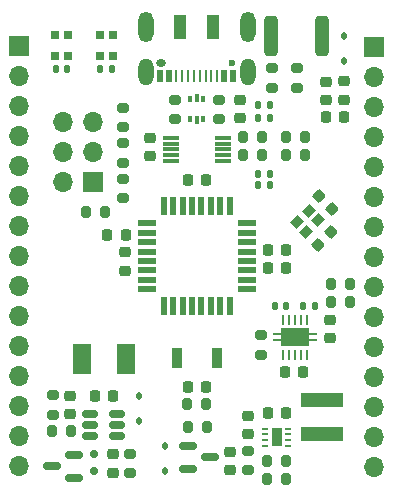
<source format=gbr>
%TF.GenerationSoftware,KiCad,Pcbnew,(7.0.0)*%
%TF.CreationDate,2023-06-28T20:41:30+03:00*%
%TF.ProjectId,Atego_Nano,41746567-6f5f-44e6-916e-6f2e6b696361,rev?*%
%TF.SameCoordinates,Original*%
%TF.FileFunction,Soldermask,Top*%
%TF.FilePolarity,Negative*%
%FSLAX46Y46*%
G04 Gerber Fmt 4.6, Leading zero omitted, Abs format (unit mm)*
G04 Created by KiCad (PCBNEW (7.0.0)) date 2023-06-28 20:41:30*
%MOMM*%
%LPD*%
G01*
G04 APERTURE LIST*
G04 Aperture macros list*
%AMRoundRect*
0 Rectangle with rounded corners*
0 $1 Rounding radius*
0 $2 $3 $4 $5 $6 $7 $8 $9 X,Y pos of 4 corners*
0 Add a 4 corners polygon primitive as box body*
4,1,4,$2,$3,$4,$5,$6,$7,$8,$9,$2,$3,0*
0 Add four circle primitives for the rounded corners*
1,1,$1+$1,$2,$3*
1,1,$1+$1,$4,$5*
1,1,$1+$1,$6,$7*
1,1,$1+$1,$8,$9*
0 Add four rect primitives between the rounded corners*
20,1,$1+$1,$2,$3,$4,$5,0*
20,1,$1+$1,$4,$5,$6,$7,0*
20,1,$1+$1,$6,$7,$8,$9,0*
20,1,$1+$1,$8,$9,$2,$3,0*%
%AMRotRect*
0 Rectangle, with rotation*
0 The origin of the aperture is its center*
0 $1 length*
0 $2 width*
0 $3 Rotation angle, in degrees counterclockwise*
0 Add horizontal line*
21,1,$1,$2,0,0,$3*%
G04 Aperture macros list end*
%ADD10R,0.280000X0.850000*%
%ADD11R,0.700000X0.280000*%
%ADD12R,2.400000X1.650000*%
%ADD13RoundRect,0.200000X0.275000X-0.200000X0.275000X0.200000X-0.275000X0.200000X-0.275000X-0.200000X0*%
%ADD14RoundRect,0.225000X0.225000X0.250000X-0.225000X0.250000X-0.225000X-0.250000X0.225000X-0.250000X0*%
%ADD15RoundRect,0.200000X-0.200000X-0.275000X0.200000X-0.275000X0.200000X0.275000X-0.200000X0.275000X0*%
%ADD16RoundRect,0.250000X-0.312500X-1.450000X0.312500X-1.450000X0.312500X1.450000X-0.312500X1.450000X0*%
%ADD17RoundRect,0.225000X0.250000X-0.225000X0.250000X0.225000X-0.250000X0.225000X-0.250000X-0.225000X0*%
%ADD18R,0.700000X0.700000*%
%ADD19RoundRect,0.147500X0.147500X0.172500X-0.147500X0.172500X-0.147500X-0.172500X0.147500X-0.172500X0*%
%ADD20RoundRect,0.150000X0.587500X0.150000X-0.587500X0.150000X-0.587500X-0.150000X0.587500X-0.150000X0*%
%ADD21R,1.600000X0.550000*%
%ADD22R,0.550000X1.600000*%
%ADD23RoundRect,0.112500X0.112500X-0.187500X0.112500X0.187500X-0.112500X0.187500X-0.112500X-0.187500X0*%
%ADD24RoundRect,0.112500X-0.112500X0.187500X-0.112500X-0.187500X0.112500X-0.187500X0.112500X0.187500X0*%
%ADD25RoundRect,0.150000X0.200000X-0.150000X0.200000X0.150000X-0.200000X0.150000X-0.200000X-0.150000X0*%
%ADD26RoundRect,0.200000X-0.275000X0.200000X-0.275000X-0.200000X0.275000X-0.200000X0.275000X0.200000X0*%
%ADD27RoundRect,0.225000X-0.225000X-0.250000X0.225000X-0.250000X0.225000X0.250000X-0.225000X0.250000X0*%
%ADD28RoundRect,0.150000X-0.587500X-0.150000X0.587500X-0.150000X0.587500X0.150000X-0.587500X0.150000X0*%
%ADD29R,1.500000X2.500000*%
%ADD30R,0.500000X0.250000*%
%ADD31R,0.900000X1.600000*%
%ADD32R,1.700000X1.700000*%
%ADD33O,1.700000X1.700000*%
%ADD34R,0.375000X0.500000*%
%ADD35R,0.300000X0.650000*%
%ADD36RoundRect,0.140000X-0.140000X-0.170000X0.140000X-0.170000X0.140000X0.170000X-0.140000X0.170000X0*%
%ADD37RotRect,0.900000X0.800000X45.000000*%
%ADD38RoundRect,0.200000X0.200000X0.275000X-0.200000X0.275000X-0.200000X-0.275000X0.200000X-0.275000X0*%
%ADD39R,1.400000X0.300000*%
%ADD40RoundRect,0.147500X-0.147500X-0.172500X0.147500X-0.172500X0.147500X0.172500X-0.147500X0.172500X0*%
%ADD41RoundRect,0.225000X0.017678X-0.335876X0.335876X-0.017678X-0.017678X0.335876X-0.335876X0.017678X0*%
%ADD42RoundRect,0.225000X-0.250000X0.225000X-0.250000X-0.225000X0.250000X-0.225000X0.250000X0.225000X0*%
%ADD43RoundRect,0.225000X-0.335876X-0.017678X-0.017678X-0.335876X0.335876X0.017678X0.017678X0.335876X0*%
%ADD44RoundRect,0.150000X-0.512500X-0.150000X0.512500X-0.150000X0.512500X0.150000X-0.512500X0.150000X0*%
%ADD45R,0.900000X1.700000*%
%ADD46R,3.600000X1.150000*%
%ADD47RoundRect,0.218750X-0.256250X0.218750X-0.256250X-0.218750X0.256250X-0.218750X0.256250X0.218750X0*%
%ADD48C,0.600000*%
%ADD49R,1.000000X2.000000*%
%ADD50O,0.850000X0.600000*%
%ADD51R,0.520000X1.000000*%
%ADD52R,0.270000X1.000000*%
%ADD53O,1.300000X2.300000*%
%ADD54O,1.300000X2.600000*%
G04 APERTURE END LIST*
D10*
%TO.C,U501*%
X159788799Y-97076799D03*
X159288799Y-97076799D03*
X158788799Y-97076799D03*
X158288799Y-97076799D03*
X157788799Y-97076799D03*
X157788799Y-100026799D03*
X158288799Y-100026799D03*
X158788799Y-100026799D03*
X159288799Y-100026799D03*
X159788799Y-100026799D03*
D11*
X160338799Y-98301799D03*
X157238799Y-98301799D03*
D12*
X158788799Y-98551799D03*
D11*
X160338799Y-98801799D03*
X157238799Y-98801799D03*
%TD*%
D13*
%TO.C,R603*%
X144250600Y-83767000D03*
X144250600Y-82117000D03*
%TD*%
D14*
%TO.C,C302*%
X158018000Y-104989200D03*
X156468000Y-104989200D03*
%TD*%
D15*
%TO.C,R303*%
X156405000Y-109002400D03*
X158055000Y-109002400D03*
%TD*%
D14*
%TO.C,C501*%
X159478200Y-101484000D03*
X157928200Y-101484000D03*
%TD*%
D16*
%TO.C,F101*%
X156772800Y-73036000D03*
X161047800Y-73036000D03*
%TD*%
D17*
%TO.C,C702*%
X154131200Y-80008600D03*
X154131200Y-78458600D03*
%TD*%
D18*
%TO.C,D602*%
X142255599Y-74761999D03*
X143355599Y-74761999D03*
X143355599Y-72931999D03*
X142255599Y-72931999D03*
%TD*%
D19*
%TO.C,D502*%
X158050700Y-95859600D03*
X157080700Y-95859600D03*
%TD*%
%TO.C,D201*%
X156673600Y-79995600D03*
X155703600Y-79995600D03*
%TD*%
D20*
%TO.C,Q202*%
X140108100Y-110409600D03*
X140108100Y-108509600D03*
X138233100Y-109459600D03*
%TD*%
D13*
%TO.C,R602*%
X144225200Y-86764200D03*
X144225200Y-85114200D03*
%TD*%
D15*
%TO.C,R605*%
X141076600Y-87971200D03*
X142726600Y-87971200D03*
%TD*%
D21*
%TO.C,U601*%
X154723599Y-94479599D03*
X154723599Y-93679599D03*
X154723599Y-92879599D03*
X154723599Y-92079599D03*
X154723599Y-91279599D03*
X154723599Y-90479599D03*
X154723599Y-89679599D03*
X154723599Y-88879599D03*
D22*
X153273599Y-87429599D03*
X152473599Y-87429599D03*
X151673599Y-87429599D03*
X150873599Y-87429599D03*
X150073599Y-87429599D03*
X149273599Y-87429599D03*
X148473599Y-87429599D03*
X147673599Y-87429599D03*
D21*
X146223599Y-88879599D03*
X146223599Y-89679599D03*
X146223599Y-90479599D03*
X146223599Y-91279599D03*
X146223599Y-92079599D03*
X146223599Y-92879599D03*
X146223599Y-93679599D03*
X146223599Y-94479599D03*
D22*
X147673599Y-95929599D03*
X148473599Y-95929599D03*
X149273599Y-95929599D03*
X150073599Y-95929599D03*
X150873599Y-95929599D03*
X151673599Y-95929599D03*
X152473599Y-95929599D03*
X153273599Y-95929599D03*
%TD*%
D23*
%TO.C,D101*%
X162919600Y-75110600D03*
X162919600Y-73010600D03*
%TD*%
D24*
%TO.C,D401*%
X145622200Y-103490600D03*
X145622200Y-105590600D03*
%TD*%
D25*
%TO.C,D203*%
X141814000Y-108443600D03*
X141814000Y-109843600D03*
%TD*%
D17*
%TO.C,C303*%
X154791600Y-106767200D03*
X154791600Y-105217200D03*
%TD*%
D26*
%TO.C,R604*%
X144250600Y-79107600D03*
X144250600Y-80757600D03*
%TD*%
D27*
%TO.C,C603*%
X156518800Y-91146200D03*
X158068800Y-91146200D03*
%TD*%
D28*
%TO.C,Q201*%
X149727100Y-107747600D03*
X149727100Y-109647600D03*
X151602100Y-108697600D03*
%TD*%
D26*
%TO.C,R102*%
X148594000Y-78408600D03*
X148594000Y-80058600D03*
%TD*%
D29*
%TO.C,L401*%
X144463999Y-100396799D03*
X140763999Y-100396799D03*
%TD*%
D14*
%TO.C,C701*%
X151248600Y-85228000D03*
X149698600Y-85228000D03*
%TD*%
%TO.C,C601*%
X144466800Y-89901600D03*
X142916800Y-89901600D03*
%TD*%
D15*
%TO.C,R402*%
X139864600Y-106487800D03*
X138214600Y-106487800D03*
%TD*%
D26*
%TO.C,R301*%
X154791600Y-108162600D03*
X154791600Y-109812600D03*
%TD*%
D19*
%TO.C,D702*%
X156673600Y-84694600D03*
X155703600Y-84694600D03*
%TD*%
D30*
%TO.C,U301*%
X156279999Y-106264799D03*
X156279999Y-106764799D03*
X156279999Y-107264799D03*
X156279999Y-107764799D03*
X158179999Y-107764799D03*
X158179999Y-107264799D03*
X158179999Y-106764799D03*
X158179999Y-106264799D03*
D31*
X157229999Y-107014799D03*
%TD*%
D32*
%TO.C,J603*%
X141659799Y-85431199D03*
D33*
X139119799Y-85431199D03*
X141659799Y-82891199D03*
X139119799Y-82891199D03*
X141659799Y-80351199D03*
X139119799Y-80351199D03*
%TD*%
D34*
%TO.C,U101*%
X151011099Y-78383599D03*
D35*
X150473599Y-78308599D03*
D34*
X149936099Y-78383599D03*
X149936099Y-80083599D03*
D35*
X150473599Y-80158599D03*
D34*
X151011099Y-80083599D03*
%TD*%
D36*
%TO.C,C609*%
X142325600Y-75830600D03*
X143285600Y-75830600D03*
%TD*%
D37*
%TO.C,Y601*%
X159737899Y-89585282D03*
X160727848Y-88595333D03*
X159950031Y-87817516D03*
X158960082Y-88807465D03*
%TD*%
D13*
%TO.C,R503*%
X155883800Y-99996800D03*
X155883800Y-98346800D03*
%TD*%
D19*
%TO.C,D701*%
X156673600Y-78852600D03*
X155703600Y-78852600D03*
%TD*%
D13*
%TO.C,R201*%
X158982600Y-77391600D03*
X158982600Y-75741600D03*
%TD*%
D26*
%TO.C,R401*%
X138281600Y-103432600D03*
X138281600Y-105082600D03*
%TD*%
D13*
%TO.C,R203*%
X144860200Y-110056000D03*
X144860200Y-108406000D03*
%TD*%
D15*
%TO.C,R601*%
X149648600Y-104227200D03*
X151298600Y-104227200D03*
%TD*%
D38*
%TO.C,R702*%
X159667400Y-81621200D03*
X158017400Y-81621200D03*
%TD*%
%TO.C,R502*%
X163486600Y-95541600D03*
X161836600Y-95541600D03*
%TD*%
D39*
%TO.C,U701*%
X148273599Y-81637199D03*
X148273599Y-82137199D03*
X148273599Y-82637199D03*
X148273599Y-83137199D03*
X148273599Y-83637199D03*
X152673599Y-83637199D03*
X152673599Y-83137199D03*
X152673599Y-82637199D03*
X152673599Y-82137199D03*
X152673599Y-81637199D03*
%TD*%
D23*
%TO.C,D202*%
X147781200Y-109857800D03*
X147781200Y-107757800D03*
%TD*%
D40*
%TO.C,D501*%
X159484200Y-95859600D03*
X160454200Y-95859600D03*
%TD*%
D13*
%TO.C,R701*%
X156823600Y-77391600D03*
X156823600Y-75741600D03*
%TD*%
D41*
%TO.C,C607*%
X160745992Y-90703608D03*
X161842008Y-89607592D03*
%TD*%
D15*
%TO.C,R302*%
X156405000Y-110499400D03*
X158055000Y-110499400D03*
%TD*%
D26*
%TO.C,R101*%
X152353200Y-78408600D03*
X152353200Y-80058600D03*
%TD*%
D14*
%TO.C,C606*%
X151248600Y-102754000D03*
X149698600Y-102754000D03*
%TD*%
D42*
%TO.C,C402*%
X143361600Y-108443600D03*
X143361600Y-109993600D03*
%TD*%
D43*
%TO.C,C608*%
X160847592Y-86559592D03*
X161943608Y-87655608D03*
%TD*%
D44*
%TO.C,U401*%
X141456600Y-105019600D03*
X141456600Y-105969600D03*
X141456600Y-106919600D03*
X143731600Y-106919600D03*
X143731600Y-105969600D03*
X143731600Y-105019600D03*
%TD*%
D45*
%TO.C,SW601*%
X148773599Y-100264799D03*
X152173599Y-100264799D03*
%TD*%
D46*
%TO.C,L301*%
X161090799Y-103817199D03*
X161090799Y-106767199D03*
%TD*%
D27*
%TO.C,C401*%
X141839000Y-103495600D03*
X143389000Y-103495600D03*
%TD*%
D14*
%TO.C,C102*%
X162932600Y-79894000D03*
X161382600Y-79894000D03*
%TD*%
D27*
%TO.C,C602*%
X156518800Y-92670200D03*
X158068800Y-92670200D03*
%TD*%
D42*
%TO.C,C604*%
X144377600Y-91349400D03*
X144377600Y-92899400D03*
%TD*%
D38*
%TO.C,R501*%
X163486600Y-94017600D03*
X161836600Y-94017600D03*
%TD*%
D47*
%TO.C,FB101*%
X162932600Y-76871300D03*
X162932600Y-78446300D03*
%TD*%
D18*
%TO.C,D601*%
X138493599Y-74761999D03*
X139593599Y-74761999D03*
X139593599Y-72931999D03*
X138493599Y-72931999D03*
%TD*%
D42*
%TO.C,C502*%
X161725800Y-97076800D03*
X161725800Y-98626800D03*
%TD*%
D17*
%TO.C,C605*%
X146536600Y-83209000D03*
X146536600Y-81659000D03*
%TD*%
D38*
%TO.C,R704*%
X156023000Y-81621200D03*
X154373000Y-81621200D03*
%TD*%
D48*
%TO.C,J101*%
X153473600Y-75341600D03*
D49*
X151873599Y-72241599D03*
X149073599Y-72241599D03*
D50*
X147473599Y-75341599D03*
D51*
X153573599Y-76441599D03*
X152823599Y-76441599D03*
D52*
X152223599Y-76441599D03*
X150723599Y-76441599D03*
X149723599Y-76441599D03*
X148723599Y-76441599D03*
D51*
X148123599Y-76441599D03*
X147373599Y-76441599D03*
X147373599Y-76441599D03*
X148123599Y-76441599D03*
D52*
X149223599Y-76441599D03*
X150223599Y-76441599D03*
X151223599Y-76441599D03*
X151723599Y-76441599D03*
D51*
X152823599Y-76441599D03*
X153573599Y-76441599D03*
D53*
X154793599Y-76066599D03*
D54*
X154793599Y-72241599D03*
D53*
X146153599Y-76066599D03*
D54*
X146153599Y-72241599D03*
%TD*%
D15*
%TO.C,R202*%
X149712600Y-106157600D03*
X151362600Y-106157600D03*
%TD*%
D42*
%TO.C,C101*%
X161459400Y-76883800D03*
X161459400Y-78433800D03*
%TD*%
%TO.C,C403*%
X139769200Y-103469600D03*
X139769200Y-105019600D03*
%TD*%
%TO.C,C301*%
X153318400Y-108212600D03*
X153318400Y-109762600D03*
%TD*%
D19*
%TO.C,D703*%
X156673600Y-85685200D03*
X155703600Y-85685200D03*
%TD*%
D38*
%TO.C,R705*%
X156023000Y-83145200D03*
X154373000Y-83145200D03*
%TD*%
%TO.C,R703*%
X159680600Y-83145200D03*
X158030600Y-83145200D03*
%TD*%
D36*
%TO.C,C610*%
X138563600Y-75830600D03*
X139523600Y-75830600D03*
%TD*%
D32*
%TO.C,J602*%
X165509999Y-73929599D03*
D33*
X165509999Y-76469599D03*
X165509999Y-79009599D03*
X165509999Y-81549599D03*
X165509999Y-84089599D03*
X165509999Y-86629599D03*
X165509999Y-89169599D03*
X165509999Y-91709599D03*
X165509999Y-94249599D03*
X165509999Y-96789599D03*
X165509999Y-99329599D03*
X165509999Y-101869599D03*
X165509999Y-104409599D03*
X165509999Y-106949599D03*
X165509999Y-109489599D03*
%TD*%
D32*
%TO.C,J601*%
X135462199Y-73899599D03*
D33*
X135462199Y-76439599D03*
X135462199Y-78979599D03*
X135462199Y-81519599D03*
X135462199Y-84059599D03*
X135462199Y-86599599D03*
X135462199Y-89139599D03*
X135462199Y-91679599D03*
X135462199Y-94219599D03*
X135462199Y-96759599D03*
X135462199Y-99299599D03*
X135462199Y-101839599D03*
X135462199Y-104379599D03*
X135462199Y-106919599D03*
X135462199Y-109459599D03*
%TD*%
M02*

</source>
